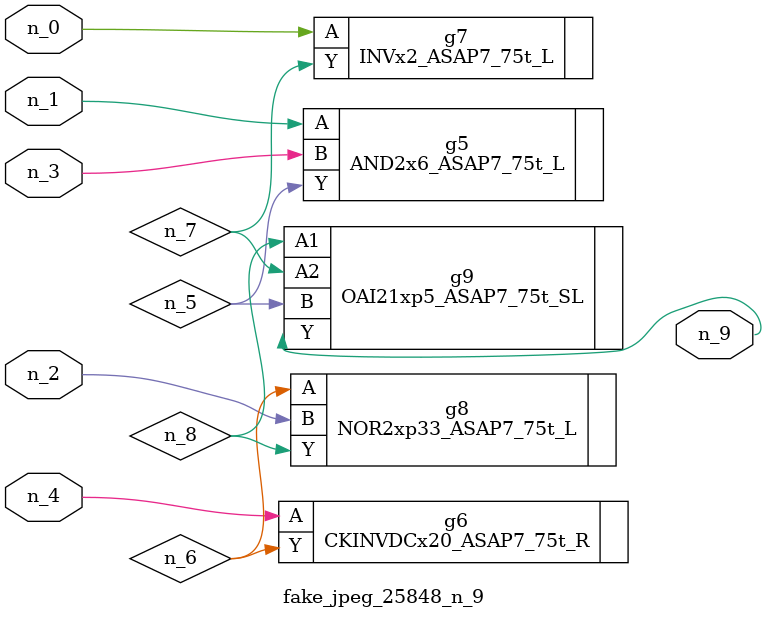
<source format=v>
module fake_jpeg_25848_n_9 (n_3, n_2, n_1, n_0, n_4, n_9);

input n_3;
input n_2;
input n_1;
input n_0;
input n_4;

output n_9;

wire n_8;
wire n_6;
wire n_5;
wire n_7;

AND2x6_ASAP7_75t_L g5 ( 
.A(n_1),
.B(n_3),
.Y(n_5)
);

CKINVDCx20_ASAP7_75t_R g6 ( 
.A(n_4),
.Y(n_6)
);

INVx2_ASAP7_75t_L g7 ( 
.A(n_0),
.Y(n_7)
);

NOR2xp33_ASAP7_75t_L g8 ( 
.A(n_6),
.B(n_2),
.Y(n_8)
);

OAI21xp5_ASAP7_75t_SL g9 ( 
.A1(n_8),
.A2(n_7),
.B(n_5),
.Y(n_9)
);


endmodule
</source>
